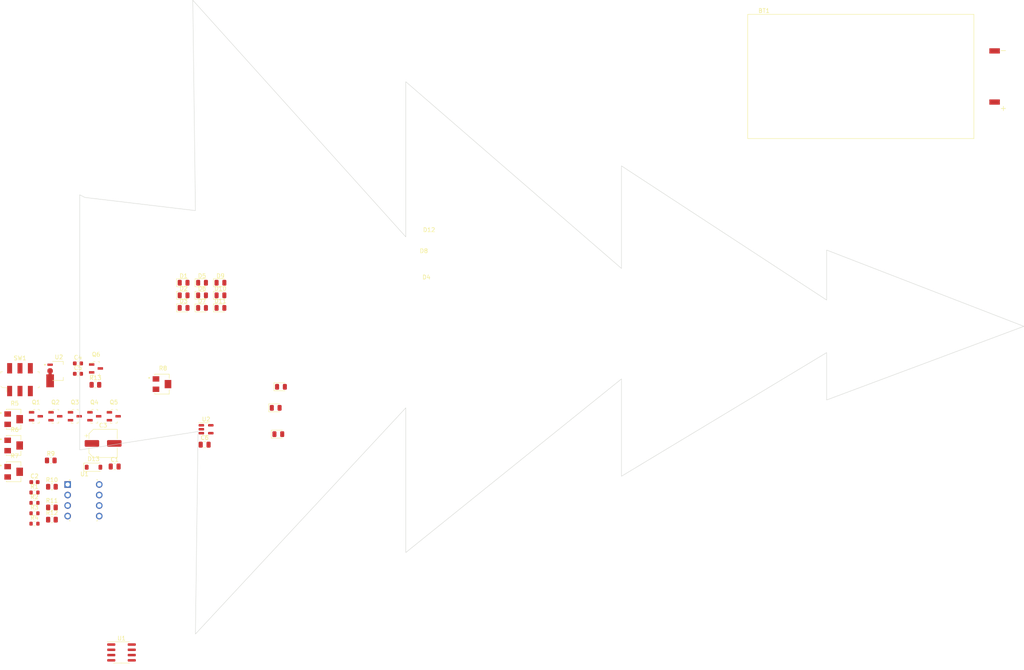
<source format=kicad_pcb>
(kicad_pcb (version 20221018) (generator pcbnew)
  (title_block (title "Christmas tree") (date "2023-08-19") (rev "${ver}"))
  (layers (0 "F.Cu" signal) (31 "B.Cu" signal) (34 "B.Paste" user) (35 "F.Paste" user) (36 "B.SilkS" user "B.Silkscreen") (37 "F.SilkS" user "F.Silkscreen") (38 "B.Mask" user) (39 "F.Mask" user) (44 "Edge.Cuts" user))
  (property "ver" "2.0")
  (net 0 "")
  (net 1 "/PSU/VBat")
  (net 2 "GND")
  (net 3 "/3V3")
  (net 4 "Net-(U1-CONT)")
  (net 5 "/THR")
  (net 6 "/9V")
  (net 7 "/V1 1-2")
  (net 8 "/V2 1-2")
  (net 9 "/B1 1-2")
  (net 10 "/B2 1-2")
  (net 11 "/V1 2-3")
  (net 12 "/V2 2-3")
  (net 13 "/B1 2-3")
  (net 14 "/B2 2-3")
  (net 15 "/CCV1")
  (net 16 "/CCV2")
  (net 17 "/CB1")
  (net 18 "/CB2")
  (net 19 "/DSC")
  (net 20 "Net-(Q1-E)")
  (net 21 "/CMD")
  (net 22 "Net-(Q2-E)")
  (net 23 "Net-(Q3-E)")
  (net 24 "Net-(U2-BP)")
  (net 25 "Net-(Q4-E)")
  (net 26 "Net-(Q6-D)")
  (net 27 "Net-(R1-Pad2)")
  (net 28 "Net-(R2-Pad2)")
  (net 29 "Net-(R3-Pad2)")
  (net 30 "Net-(R4-Pad2)")
  (net 31 "Net-(U1-OUT)")
  (net 33 "/{slash}CMD")
  (net 34 "Net-(U1-CV)")
  (net 35 "Net-(U1-Q)")
  (footprint "Capacitor_SMD:C_0805_2012Metric" (layer "F.Cu") (at 66.36 123.825)
    (fp_text reference "C6" (at 0 -1.68) (layer "F.SilkS"))
    (fp_text value "10n")
    (fp_line (start -0.261252 -0.735) (end 0.261252 -0.735) (stroke (width 0.12)) (layer "F.SilkS"))
    (fp_line (start -0.261252 0.735) (end 0.261252 0.735) (stroke (width 0.12)) (layer "F.SilkS"))
    (pad "1" smd roundrect (at -0.95 0) (size 1 1.45) (layers "F.Cu" "F.Paste" "F.Mask") (net 24 "Net-(U2-BP)"))
    (pad "2" smd roundrect (at 0.95 0) (size 1 1.45) (layers "F.Cu" "F.Paste" "F.Mask") (net 2 "GND"))
  )
  (footprint "Capacitor_SMD:C_0603_1608Metric" (layer "F.Cu") (at 35.775 104.2)
    (fp_text reference "C4" (at 0 -1.43) (layer "F.SilkS"))
    (fp_text value "1u")
    (fp_line (start -0.14058 -0.51) (end 0.14058 -0.51) (stroke (width 0.12)) (layer "F.SilkS"))
    (fp_line (start -0.14058 0.51) (end 0.14058 0.51) (stroke (width 0.12)) (layer "F.SilkS"))
    (pad "1" smd roundrect (at -0.775 0) (size 0.9 0.95) (layers "F.Cu" "F.Paste" "F.Mask") (net 6 "/9V"))
    (pad "2" smd roundrect (at 0.775 0) (size 0.9 0.95) (layers "F.Cu" "F.Paste" "F.Mask") (net 2 "GND"))
  )
  (footprint "BH9VW:BAT_BH9VW_SMD" (layer "F.Cu") (at 224.79 34.925)
    (fp_text reference "BT1" (at -23.365 -15.875) (layer "F.SilkS"))
    (fp_text value "BH9VW")
    (fp_text user "+" (at 34.42 7.62) (layer "F.SilkS") (effects (font (size 1.4 1.4))))
    (fp_text user "-" (at 34.42 -6.35) (layer "F.SilkS") (effects (font (size 1.4 1.4))))
    (fp_line (start -27.305 -14.985) (end 27.305 -14.985) (stroke (width 0.127)) (layer "F.SilkS"))
    (fp_line (start -27.305 14.985) (end -27.305 -14.985) (stroke (width 0.127)) (layer "F.SilkS"))
    (fp_line (start 27.305 -14.985) (end 27.305 14.985) (stroke (width 0.127)) (layer "F.SilkS"))
    (fp_line (start 27.305 14.985) (end -27.305 14.985) (stroke (width 0.127)) (layer "F.SilkS"))
    (pad "+" smd rect (at 32.305 6.175) (size 2.54 1.27) (layers "F.Cu" "F.Paste" "F.Mask") (net 1 "/PSU/VBat"))
    (pad "-" smd rect (at 32.305 -6.175) (size 2.54 1.27) (layers "F.Cu" "F.Paste" "F.Mask") (net 2 "GND"))
  )
  (footprint "digikey-footprints:Switch_Slide_JS202011SCQN" (layer "F.Cu") (at 21.775 108.125)
    (fp_text reference "SW1" (at 0 -5.2) (layer "F.SilkS"))
    (fp_text value "SW_SPDT")
    (fp_line (start -4.625 -1.925) (end -4.625 -1.525) (stroke (width 0.1)) (layer "F.SilkS"))
    (fp_line (start -4.625 1.55) (end -4.275 1.925) (stroke (width 0.1)) (layer "F.SilkS"))
    (fp_line (start -4.275 1.925) (end -3.175 1.925) (stroke (width 0.1)) (layer "F.SilkS"))
    (fp_line (start -4.15 -1.925) (end -4.625 -1.925) (stroke (width 0.1)) (layer "F.SilkS"))
    (fp_line (start -3.175 1.925) (end -3.175 2.975) (stroke (width 0.1)) (layer "F.SilkS"))
    (fp_line (start 4.225 -1.925) (end 4.625 -1.925) (stroke (width 0.1)) (layer "F.SilkS"))
    (fp_line (start 4.625 -1.925) (end 4.625 -1.55) (stroke (width 0.1)) (layer "F.SilkS"))
    (fp_line (start 4.625 1.55) (end 4.625 1.925) (stroke (width 0.1)) (layer "F.SilkS"))
    (fp_line (start 4.625 1.925) (end 4.275 1.925) (stroke (width 0.1)) (layer "F.SilkS"))
    (pad "1" smd rect (at -2.5 2.75) (size 1.2 2.5) (layers "F.Cu" "F.Paste" "F.Mask"))
    (pad "2" smd rect (at 0 2.75) (size 1.2 2.5) (layers "F.Cu" "F.Paste" "F.Mask") (net 1 "/PSU/VBat"))
    (pad "3" smd rect (at 2.5 2.75) (size 1.2 2.5) (layers "F.Cu" "F.Paste" "F.Mask") (net 26 "Net-(Q6-D)"))
    (pad "4" smd rect (at -2.5 -2.75) (size 1.2 2.5) (layers "F.Cu" "F.Paste" "F.Mask"))
    (pad "5" smd rect (at 0 -2.75) (size 1.2 2.5) (layers "F.Cu" "F.Paste" "F.Mask"))
    (pad "6" smd rect (at 2.5 -2.75) (size 1.2 2.5) (layers "F.Cu" "F.Paste" "F.Mask"))
  )
  (footprint "LED_SMD:LED_0805_2012Metric" (layer "F.Cu") (at 65.7325 90.805)
    (fp_text reference "D7" (at 0 -1.65) (layer "F.SilkS"))
    (fp_text value "LED")
    (fp_line (start -1.685 -0.96) (end -1.685 0.96) (stroke (width 0.12)) (layer "F.SilkS"))
    (fp_line (start -1.685 0.96) (end 1 0.96) (stroke (width 0.12)) (layer "F.SilkS"))
    (fp_line (start 1 -0.96) (end -1.685 -0.96) (stroke (width 0.12)) (layer "F.SilkS"))
    (pad "1" smd roundrect (at -0.9375 0) (size 0.975 1.4) (layers "F.Cu" "F.Paste" "F.Mask") (net 13 "/B1 2-3"))
    (pad "2" smd roundrect (at 0.9375 0) (size 0.975 1.4) (layers "F.Cu" "F.Paste" "F.Mask") (net 9 "/B1 1-2"))
  )
  (footprint "LED_SMD:LED_0805_2012Metric" (layer "F.Cu") (at 70.1825 84.725)
    (fp_text reference "D9" (at 0 -1.65) (layer "F.SilkS"))
    (fp_text value "LED")
    (fp_line (start -1.685 -0.96) (end -1.685 0.96) (stroke (width 0.12)) (layer "F.SilkS"))
    (fp_line (start -1.685 0.96) (end 1 0.96) (stroke (width 0.12)) (layer "F.SilkS"))
    (fp_line (start 1 -0.96) (end -1.685 -0.96) (stroke (width 0.12)) (layer "F.SilkS"))
    (pad "1" smd roundrect (at -0.9375 0) (size 0.975 1.4) (layers "F.Cu" "F.Paste" "F.Mask") (net 15 "/CCV1"))
    (pad "2" smd roundrect (at 0.9375 0) (size 0.975 1.4) (layers "F.Cu" "F.Paste" "F.Mask") (net 11 "/V1 2-3"))
  )
  (footprint "LED_SMD:LED_0805_2012Metric" (layer "F.Cu") (at 84.1525 121.285)
    (fp_text reference "D4" (at 35.7675 -37.89) (layer "F.SilkS"))
    (fp_text value "LED")
    (fp_line (start -1.685 -0.96) (end -1.685 0.96) (stroke (width 0.12)) (layer "F.SilkS"))
    (fp_line (start -1.685 0.96) (end 1 0.96) (stroke (width 0.12)) (layer "F.SilkS"))
    (fp_line (start 1 -0.96) (end -1.685 -0.96) (stroke (width 0.12)) (layer "F.SilkS"))
    (pad "1" smd roundrect (at -0.9375 0) (size 0.975 1.4) (layers "F.Cu" "F.Paste" "F.Mask") (net 10 "/B2 1-2"))
    (pad "2" smd roundrect (at 0.9375 0) (size 0.975 1.4) (layers "F.Cu" "F.Paste" "F.Mask") (net 6 "/9V"))
  )
  (footprint "digikey-footprints:SOT-23-3" (layer "F.Cu") (at 39.72 116.97)
    (fp_text reference "Q4" (at 0.025 -3.375) (layer "F.SilkS"))
    (fp_text value "MMBT3904-7-F")
    (fp_line (start -0.825 -1.375) (end -0.825 -1.325) (stroke (width 0.1)) (layer "F.SilkS"))
    (fp_line (start -0.825 -1.325) (end -1.6 -1.325) (stroke (width 0.1)) (layer "F.SilkS"))
    (fp_line (start -0.825 1.65) (end -0.825 1.3) (stroke (width 0.1)) (layer "F.SilkS"))
    (fp_line (start -0.45 -1.65) (end -0.825 -1.375) (stroke (width 0.1)) (layer "F.SilkS"))
    (fp_line (start -0.35 1.65) (end -0.825 1.65) (stroke (width 0.1)) (layer "F.SilkS"))
    (fp_line (start -0.175 -1.65) (end -0.45 -1.65) (stroke (width 0.1)) (layer "F.SilkS"))
    (fp_line (start 0.45 -1.65) (end 0.825 -1.65) (stroke (width 0.1)) (layer "F.SilkS"))
    (fp_line (start 0.825 -1.65) (end 0.825 -1.35) (stroke (width 0.1)) (layer "F.SilkS"))
    (fp_line (start 0.825 1.35) (end 0.825 1.65) (stroke (width 0.1)) (layer "F.SilkS"))
    (fp_line (start 0.825 1.425) (end 0.825 1.3) (stroke (width 0.1)) (layer "F.SilkS"))
    (fp_line (start 0.825 1.65) (end 0.375 1.65) (stroke (width 0.1)) (layer "F.SilkS"))
    (pad "1" smd rect (at -1.05 -0.95) (size 1.3 0.6) (layers "F.Cu" "F.Paste" "F.Mask") (net 33 "/{slash}CMD"))
    (pad "2" smd rect (at -1.05 0.95) (size 1.3 0.6) (layers "F.Cu" "F.Paste" "F.Mask") (net 25 "Net-(Q4-E)"))
    (pad "3" smd rect (at 1.05 0) (size 1.3 0.6) (layers "F.Cu" "F.Paste" "F.Mask") (net 18 "/CB2"))
  )
  (footprint "Resistor_SMD:R_0603_1608Metric" (layer "F.Cu") (at 25.275 142.9)
    (fp_text reference "R4" (at 0 -1.43) (layer "F.SilkS"))
    (fp_text value "1K2")
    (fp_line (start -0.237258 -0.5225) (end 0.237258 -0.5225) (stroke (width 0.12)) (layer "F.SilkS"))
    (fp_line (start -0.237258 0.5225) (end 0.237258 0.5225) (stroke (width 0.12)) (layer "F.SilkS"))
    (pad "1" smd roundrect (at -0.825 0) (size 0.8 0.95) (layers "F.Cu" "F.Paste" "F.Mask") (net 20 "Net-(Q1-E)"))
    (pad "2" smd roundrect (at 0.825 0) (size 0.8 0.95) (layers "F.Cu" "F.Paste" "F.Mask") (net 30 "Net-(R4-Pad2)"))
  )
  (footprint "LED_SMD:LED_0805_2012Metric" (layer "F.Cu") (at 84.7875 109.855)
    (fp_text reference "D12" (at 35.7675 -37.89) (layer "F.SilkS"))
    (fp_text value "LED")
    (fp_line (start -1.685 -0.96) (end -1.685 0.96) (stroke (width 0.12)) (layer "F.SilkS"))
    (fp_line (start -1.685 0.96) (end 1 0.96) (stroke (width 0.12)) (layer "F.SilkS"))
    (fp_line (start 1 -0.96) (end -1.685 -0.96) (stroke (width 0.12)) (layer "F.SilkS"))
    (pad "1" smd roundrect (at -0.9375 0) (size 0.975 1.4) (layers "F.Cu" "F.Paste" "F.Mask") (net 18 "/CB2"))
    (pad "2" smd roundrect (at 0.9375 0) (size 0.975 1.4) (layers "F.Cu" "F.Paste" "F.Mask") (net 14 "/B2 2-3"))
  )
  (footprint "Resistor_SMD:R_0603_1608Metric" (layer "F.Cu") (at 25.275 135.37)
    (fp_text reference "R1" (at 0 -1.43) (layer "F.SilkS"))
    (fp_text value "1K2")
    (fp_line (start -0.237258 -0.5225) (end 0.237258 -0.5225) (stroke (width 0.12)) (layer "F.SilkS"))
    (fp_line (start -0.237258 0.5225) (end 0.237258 0.5225) (stroke (width 0.12)) (layer "F.SilkS"))
    (pad "1" smd roundrect (at -0.825 0) (size 0.8 0.95) (layers "F.Cu" "F.Paste" "F.Mask") (net 22 "Net-(Q2-E)"))
    (pad "2" smd roundrect (at 0.825 0) (size 0.8 0.95) (layers "F.Cu" "F.Paste" "F.Mask") (net 27 "Net-(R1-Pad2)"))
  )
  (footprint "LED_SMD:LED_0805_2012Metric" (layer "F.Cu") (at 83.5175 114.935)
    (fp_text reference "D8" (at 35.7675 -37.89) (layer "F.SilkS"))
    (fp_text value "LED")
    (fp_line (start -1.685 -0.96) (end -1.685 0.96) (stroke (width 0.12)) (layer "F.SilkS"))
    (fp_line (start -1.685 0.96) (end 1 0.96) (stroke (width 0.12)) (layer "F.SilkS"))
    (fp_line (start 1 -0.96) (end -1.685 -0.96) (stroke (width 0.12)) (layer "F.SilkS"))
    (pad "1" smd roundrect (at -0.9375 0) (size 0.975 1.4) (layers "F.Cu" "F.Paste" "F.Mask") (net 14 "/B2 2-3"))
    (pad "2" smd roundrect (at 0.9375 0) (size 0.975 1.4) (layers "F.Cu" "F.Paste" "F.Mask") (net 10 "/B2 1-2"))
  )
  (footprint "Capacitor_SMD:C_0603_1608Metric" (layer "F.Cu") (at 25.275 132.86)
    (fp_text reference "C2" (at 0 -1.43) (layer "F.SilkS"))
    (fp_text value "100p")
    (fp_line (start -0.14058 -0.51) (end 0.14058 -0.51) (stroke (width 0.12)) (layer "F.SilkS"))
    (fp_line (start -0.14058 0.51) (end 0.14058 0.51) (stroke (width 0.12)) (layer "F.SilkS"))
    (pad "1" smd roundrect (at -0.775 0) (size 0.9 0.95) (layers "F.Cu" "F.Paste" "F.Mask") (net 34 "Net-(U1-CV)"))
    (pad "2" smd roundrect (at 0.775 0) (size 0.9 0.95) (layers "F.Cu" "F.Paste" "F.Mask") (net 2 "GND"))
  )
  (footprint "Diode_SMD:D_SOD-123" (layer "F.Cu") (at 39.54 129.27)
    (fp_text reference "D13" (at 0 -2) (layer "F.SilkS"))
    (fp_text value "1N4148W")
    (fp_line (start -2.36 -1) (end -2.36 1) (stroke (width 0.12)) (layer "F.SilkS"))
    (fp_line (start -2.36 -1) (end 1.65 -1) (stroke (width 0.12)) (layer "F.SilkS"))
    (fp_line (start -2.36 1) (end 1.65 1) (stroke (width 0.12)) (layer "F.SilkS"))
    (pad "1" smd roundrect (at -1.65 0) (size 0.9 1.2) (layers "F.Cu" "F.Paste" "F.Mask") (net 5 "/THR"))
    (pad "2" smd roundrect (at 1.65 0) (size 0.9 1.2) (layers "F.Cu" "F.Paste" "F.Mask") (net 19 "/DSC"))
  )
  (footprint "LED_SMD:LED_0805_2012Metric" (layer "F.Cu") (at 70.1825 90.805)
    (fp_text reference "D11" (at 0 -1.65) (layer "F.SilkS"))
    (fp_text value "LED")
    (fp_line (start -1.685 -0.96) (end -1.685 0.96) (stroke (width 0.12)) (layer "F.SilkS"))
    (fp_line (start -1.685 0.96) (end 1 0.96) (stroke (width 0.12)) (layer "F.SilkS"))
    (fp_line (start 1 -0.96) (end -1.685 -0.96) (stroke (width 0.12)) (layer "F.SilkS"))
    (pad "1" smd roundrect (at -0.9375 0) (size 0.975 1.4) (layers "F.Cu" "F.Paste" "F.Mask") (net 17 "/CB1"))
    (pad "2" smd roundrect (at 0.9375 0) (size 0.975 1.4) (layers "F.Cu" "F.Paste" "F.Mask") (net 13 "/B1 2-3"))
  )
  (footprint "Package_SO:SOIC-8_3.9x4.9mm_P1.27mm" (layer "F.Cu") (at 46.29 173.99)
    (fp_text reference "U1" (at 0 -3.4) (layer "F.SilkS"))
    (fp_text value "ICM7555xB")
    (fp_line (start 0 -2.56) (end -3.45 -2.56) (stroke (width 0.12)) (layer "F.SilkS"))
    (fp_line (start 0 -2.56) (end 1.95 -2.56) (stroke (width 0.12)) (layer "F.SilkS"))
    (fp_line (start 0 2.56) (end -1.95 2.56) (stroke (width 0.12)) (layer "F.SilkS"))
    (fp_line (start 0 2.56) (end 1.95 2.56) (stroke (width 0.12)) (layer "F.SilkS"))
    (pad "1" smd roundrect (at -2.475 -1.905) (size 1.95 0.6) (layers "F.Cu" "F.Paste" "F.Mask") (net 2 "GND"))
    (pad "2" smd roundrect (at -2.475 -0.635) (size 1.95 0.6) (layers "F.Cu" "F.Paste" "F.Mask") (net 5 "/THR"))
    (pad "3" smd roundrect (at -2.475 0.635) (size 1.95 0.6) (layers "F.Cu" "F.Paste" "F.Mask") (net 35 "Net-(U1-Q)"))
    (pad "4" smd roundrect (at -2.475 1.905) (size 1.95 0.6) (layers "F.Cu" "F.Paste" "F.Mask") (net 3 "/3V3"))
    (pad "5" smd roundrect (at 2.475 1.905) (size 1.95 0.6) (layers "F.Cu" "F.Paste" "F.Mask") (net 34 "Net-(U1-CV)"))
    (pad "6" smd roundrect (at 2.475 0.635) (size 1.95 0.6) (layers "F.Cu" "F.Paste" "F.Mask") (net 5 "/THR"))
    (pad "7" smd roundrect (at 2.475 -0.635) (size 1.95 0.6) (layers "F.Cu" "F.Paste" "F.Mask") (net 19 "/DSC"))
    (pad "8" smd roundrect (at 2.475 -1.905) (size 1.95 0.6) (layers "F.Cu" "F.Paste" "F.Mask") (net 3 "/3V3"))
  )
  (footprint "Resistor_SMD:R_0603_1608Metric" (layer "F.Cu") (at 25.275 140.39)
    (fp_text reference "R3" (at 0 -1.43) (layer "F.SilkS"))
    (fp_text value "1K2")
    (fp_line (start -0.237258 -0.5225) (end 0.237258 -0.5225) (stroke (width 0.12)) (layer "F.SilkS"))
    (fp_line (start -0.237258 0.5225) (end 0.237258 0.5225) (stroke (width 0.12)) (layer "F.SilkS"))
    (pad "1" smd roundrect (at -0.825 0) (size 0.8 0.95) (layers "F.Cu" "F.Paste" "F.Mask") (net 25 "Net-(Q4-E)"))
    (pad "2" smd roundrect (at 0.825 0) (size 0.8 0.95) (layers "F.Cu" "F.Paste" "F.Mask") (net 29 "Net-(R3-Pad2)"))
  )
  (footprint "Package_TO_SOT_SMD:SOT-23-5" (layer "F.Cu") (at 66.71 120.095)
    (fp_text reference "U2" (at 0 -2.4) (layer "F.SilkS"))
    (fp_text value "LP2985-3.3")
    (fp_line (start 0 -1.56) (end -1.8 -1.56) (stroke (width 0.12)) (layer "F.SilkS"))
    (fp_line (start 0 -1.56) (end 0.8 -1.56) (stroke (width 0.12)) (layer "F.SilkS"))
    (fp_line (start 0 1.56) (end -0.8 1.56) (stroke (width 0.12)) (layer "F.SilkS"))
    (fp_line (start 0 1.56) (end 0.8 1.56) (stroke (width 0.12)) (layer "F.SilkS"))
    (pad "1" smd roundrect (at -1.1375 -0.95) (size 1.325 0.6) (layers "F.Cu" "F.Paste" "F.Mask") (net 6 "/9V"))
    (pad "2" smd roundrect (at -1.1375 0) (size 1.325 0.6) (layers "F.Cu" "F.Paste" "F.Mask") (net 2 "GND"))
    (pad "3" smd roundrect (at -1.1375 0.95) (size 1.325 0.6) (layers "F.Cu" "F.Paste" "F.Mask") (net 6 "/9V"))
    (pad "4" smd roundrect (at 1.1375 0.95) (size 1.325 0.6) (layers "F.Cu" "F.Paste" "F.Mask") (net 24 "Net-(U2-BP)"))
    (pad "5" smd roundrect (at 1.1375 -0.95) (size 1.325 0.6) (layers "F.Cu" "F.Paste" "F.Mask") (net 3 "/3V3"))
  )
  (footprint "PVG5A202C03R00:TRIM_PVG5A202C03R00" (layer "F.Cu") (at 56.06 109.2)
    (fp_text reference "R8" (at 0.254 -3.81) (layer "F.SilkS"))
    (fp_text value "R_Trim")
    (fp_line (start -1.75 -2.4) (end -1.75 -2.215) (stroke (width 0.127)) (layer "F.SilkS"))
    (fp_line (start -1.75 2.215) (end -1.75 2.4) (stroke (width 0.127)) (layer "F.SilkS"))
    (fp_line (start -1.75 2.4) (end 1.75 2.4) (stroke (width 0.127)) (layer "F.SilkS"))
    (fp_line (start 1.75 -2.4) (end -1.75 -2.4) (stroke (width 0.127)) (layer "F.SilkS"))
    (fp_line (start 1.75 -1.315) (end 1.75 -2.4) (stroke (width 0.127)) (layer "F.SilkS"))
    (fp_line (start 1.75 2.4) (end 1.75 1.315) (stroke (width 0.127)) (layer "F.SilkS"))
    (fp_circle (center -3.1 -1.5) (end -3 -1.5) (stroke (width 0.2)) (fill none) (layer "F.SilkS"))
    (pad "1" smd rect (at -1.45 -1.25 270) (size 1.3 1.6) (layers "F.Cu" "F.Paste" "F.Mask") (net 29 "Net-(R3-Pad2)"))
    (pad "2" smd rect (at 1.45 0 270) (size 2 1.6) (layers "F.Cu" "F.Paste" "F.Mask") (net 2 "GND"))
    (pad "3" smd rect (at -1.45 1.25 270) (size 1.3 1.6) (layers "F.Cu" "F.Paste" "F.Mask"))
  )
  (footprint "digikey-footprints:DIP-8_W7.62mm" (layer "F.Cu") (at 33.29 133.445)
    (fp_text reference "U1" (at 4.05 -2.52) (layer "F.SilkS"))
    (fp_text value "ICM7555IPAZ")
    (fp_line (start 0.4 -1.2) (end 0.7 -1.2) (stroke (width 0.1)) (layer "F.SilkS"))
    (fp_line (start 0.4 -0.9) (end 0.4 -1.2) (stroke (width 0.1)) (layer "F.SilkS"))
    (fp_line (start 0.4 8.5) (end 0.4 8.8) (stroke (width 0.1)) (layer "F.SilkS"))
    (fp_line (start 0.4 8.8) (end 0.7 8.8) (stroke (width 0.1)) (layer "F.SilkS"))
    (fp_line (start 7.2 -1.2) (end 6.9 -1.2) (stroke (width 0.1)) (layer "F.SilkS"))
    (fp_line (start 7.2 -0.9) (end 7.2 -1.2) (stroke (width 0.1)) (layer "F.SilkS"))
    (fp_line (start 7.2 8.5) (end 7.2 8.8) (stroke (width 0.1)) (layer "F.SilkS"))
    (fp_line (start 7.2 8.8) (end 6.9 8.8) (stroke (width 0.1)) (layer "F.SilkS"))
    (pad "1" thru_hole rect (at 0 0) (size 1.6 1.6) (drill 1) (layers "*.Cu" "*.Mask") (net 2 "GND"))
    (pad "2" thru_hole circle (at 0 2.54) (size 1.6 1.6) (drill 1) (layers "*.Cu" "*.Mask") (net 5 "/THR"))
    (pad "3" thru_hole circle (at 0 5.08) (size 1.6 1.6) (drill 1) (layers "*.Cu" "*.Mask") (net 31 "Net-(U1-OUT)"))
    (pad "4" thru_hole circle (at 0 7.62) (size 1.6 1.6) (drill 1) (layers "*.Cu" "*.Mask") (net 3 "/3V3"))
    (pad "5" thru_hole circle (at 7.62 7.62) (size 1.6 1.6) (drill 1) (layers "*.Cu" "*.Mask") (net 4 "Net-(U1-CONT)"))
    (pad "6" thru_hole circle (at 7.62 5.08) (size 1.6 1.6) (drill 1) (layers "*.Cu" "*.Mask") (net 5 "/THR"))
    (pad "7" thru_hole circle (at 7.62 2.54) (size 1.6 1.6) (drill 1) (layers "*.Cu" "*.Mask") (net 19 "/DSC"))
    (pad "8" thru_hole circle (at 7.62 0) (size 1.6 1.6) (drill 1) (layers "*.Cu" "*.Mask") (net 3 "/3V3"))
  )
  (footprint "LED_SMD:LED_0805_2012Metric" (layer "F.Cu") (at 61.2825 87.765)
    (fp_text reference "D2" (at 0 -1.65) (layer "F.SilkS"))
    (fp_text value "LED")
    (fp_line (start -1.685 -0.96) (end -1.685 0.96) (stroke (width 0.12)) (layer "F.SilkS"))
    (fp_line (start -1.685 0.96) (end 1 0.96) (stroke (width 0.12)) (layer "F.SilkS"))
    (fp_line (start 1 -0.96) (end -1.685 -0.96) (stroke (width 0.12)) (layer "F.SilkS"))
    (pad "1" smd roundrect (at -0.9375 0) (size 0.975 1.4) (layers "F.Cu" "F.Paste" "F.Mask") (net 8 "/V2 1-2"))
    (pad "2" smd roundrect (at 0.9375 0) (size 0.975 1.4) (layers "F.Cu" "F.Paste" "F.Mask") (net 6 "/9V"))
  )
  (footprint "LED_SMD:LED_0805_2012Metric" (layer "F.Cu") (at 65.7325 84.725)
    (fp_text reference "D5" (at 0 -1.65) (layer "F.SilkS"))
    (fp_text value "LED")
    (fp_line (start -1.685 -0.96) (end -1.685 0.96) (stroke (width 0.12)) (layer "F.SilkS"))
    (fp_line (start -1.685 0.96) (end 1 0.96) (stroke (width 0.12)) (layer "F.SilkS"))
    (fp_line (start 1 -0.96) (end -1.685 -0.96) (stroke (width 0.12)) (layer "F.SilkS"))
    (pad "1" smd roundrect (at -0.9375 0) (size 0.975 1.4) (layers "F.Cu" "F.Paste" "F.Mask") (net 11 "/V1 2-3"))
    (pad "2" smd roundrect (at 0.9375 0) (size 0.975 1.4) (layers "F.Cu" "F.Paste" "F.Mask") (net 7 "/V1 1-2"))
  )
  (footprint "LED_SMD:LED_0805_2012Metric" (layer "F.Cu") (at 65.7325 87.765)
    (fp_text reference "D6" (at 0 -1.65) (layer "F.SilkS"))
    (fp_text value "LED")
    (fp_line (start -1.685 -0.96) (end -1.685 0.96) (stroke (width 0.12)) (layer "F.SilkS"))
    (fp_line (start -1.685 0.96) (end 1 0.96) (stroke (width 0.12)) (layer "F.SilkS"))
    (fp_line (start 1 -0.96) (end -1.685 -0.96) (stroke (width 0.12)) (layer "F.SilkS"))
    (pad "1" smd roundrect (at -0.9375 0) (size 0.975 1.4) (layers "F.Cu" "F.Paste" "F.Mask") (net 12 "/V2 2-3"))
    (pad "2" smd roundrect (at 0.9375 0) (size 0.975 1.4) (layers "F.Cu" "F.Paste" "F.Mask") (net 8 "/V2 1-2"))
  )
  (footprint "PVG5A202C03R00:TRIM_PVG5A202C03R00" (layer "F.Cu") (at 20.25 130.37)
    (fp_text reference "R7" (at 0.254 -3.81) (layer "F.SilkS"))
    (fp_text value "R_Trim")
    (fp_line (start -1.75 -2.4) (end -1.75 -2.215) (stroke (width 0.127)) (layer "F.SilkS"))
    (fp_line (start -1.75 2.215) (end -1.75 2.4) (stroke (width 0.127)) (layer "F.SilkS"))
    (fp_line (start -1.75 2.4) (end 1.75 2.4) (stroke (width 0.127)) (layer "F.SilkS"))
    (fp_line (start 1.75 -2.4) (end -1.75 -2.4) (stroke (width 0.127)) (layer "F.SilkS"))
    (fp_line (start 1.75 -1.315) (end 1.75 -2.4) (stroke (width 0.127)) (layer "F.SilkS"))
    (fp_line (start 1.75 2.4) (end 1.75 1.315) (stroke (width 0.127)) (layer "F.SilkS"))
    (fp_circle (center -3.1 -1.5) (end -3 -1.5) (stroke (width 0.2)) (fill none) (layer "F.SilkS"))
    (pad "1" smd rect (at -1.45 -1.25 270) (size 1.3 1.6) (layers "F.Cu" "F.Paste" "F.Mask") (net 28 "Net-(R2-Pad2)"))
    (pad "2" smd rect (at 1.45 0 270) (size 2 1.6) (layers "F.Cu" "F.Paste" "F.Mask") (net 2 "GND"))
    (pad "3" smd rect (at -1.45 1.25 270) (size 1.3 1.6) (layers "F.Cu" "F.Paste" "F.Mask"))
  )
  (footprint "Capacitor_SMD:CP_Elec_6.3x5.7" (layer "F.Cu") (at 41.845 123.52)
    (fp_text reference "C3" (at 0 -4.35) (layer "F.SilkS"))
    (fp_text value "22u")
    (fp_line (start -4.4375 -1.8475) (end -3.65 -1.8475) (stroke (width 0.12)) (layer "F.SilkS"))
    (fp_line (start -4.04375 -2.24125) (end -4.04375 -1.45375) (stroke (width 0.12)) (layer "F.SilkS"))
    (fp_line (start -3.41 -2.345563) (end -3.41 -1.06) (stroke (width 0.12)) (layer "F.SilkS"))
    (fp_line (start -3.41 -2.345563) (end -2.345563 -3.41) (stroke (width 0.12)) (layer "F.SilkS"))
    (fp_line (start -3.41 2.345563) (end -3.41 1.06) (stroke (width 0.12)) (layer "F.SilkS"))
    (fp_line (start -3.41 2.345563) (end -2.345563 3.41) (stroke (width 0.12)) (layer "F.SilkS"))
    (fp_line (start -2.345563 -3.41) (end 3.41 -3.41) (stroke (width 0.12)) (layer "F.SilkS"))
    (fp_line (start -2.345563 3.41) (end 3.41 3.41) (stroke (width 0.12)) (layer "F.SilkS"))
    (fp_line (start 3.41 -3.41) (end 3.41 -1.06) (stroke (width 0.12)) (layer "F.SilkS"))
    (fp_line (start 3.41 3.41) (end 3.41 1.06) (stroke (width 0.12)) (layer "F.SilkS"))
    (pad "1" smd roundrect (at -2.7 0) (size 3.5 1.6) (layers "F.Cu" "F.Paste" "F.Mask") (roundrect_rratio 0.15625) (net 5 "/THR"))
    (pad "2" smd roundrect (at 2.7 0) (size 3.5 1.6) (layers "F.Cu" "F.Paste" "F.Mask") (roundrect_rratio 0.15625) (net 2 "GND"))
  )
  (footprint "LED_SMD:LED_0805_2012Metric" (layer "F.Cu") (at 70.1825 87.765)
    (fp_text reference "D10" (at 0 -1.65) (layer "F.SilkS"))
    (fp_text value "LED")
    (fp_line (start -1.685 -0.96) (end -1.685 0.96) (stroke (width 0.12)) (layer "F.SilkS"))
    (fp_line (start -1.685 0.96) (end 1 0.96) (stroke (width 0.12)) (layer "F.SilkS"))
    (fp_line (start 1 -0.96) (end -1.685 -0.96) (stroke (width 0.12)) (layer "F.SilkS"))
    (pad "1" smd roundrect (at -0.9375 0) (size 0.975 1.4) (layers "F.Cu" "F.Paste" "F.Mask") (net 16 "/CCV2"))
    (pad "2" smd roundrect (at 0.9375 0) (size 0.975 1.4) (layers "F.Cu" "F.Paste" "F.Mask") (net 12 "/V2 2-3"))
  )
  (footprint "digikey-footprints:SOT-23-3" (layer "F.Cu") (at 44.42 116.97)
    (fp_text reference "Q5" (at 0.025 -3.375) (layer "F.SilkS"))
    (fp_text value "2N7002")
    (fp_line (start -0.825 -1.375) (end -0.825 -1.325) (stroke (width 0.1)) (layer "F.SilkS"))
    (fp_line (start -0.825 -1.325) (end -1.6 -1.325) (stroke (width 0.1)) (layer "F.SilkS"))
    (fp_line (start -0.825 1.65) (end -0.825 1.3) (stroke (width 0.1)) (layer "F.SilkS"))
    (fp_line (start -0.45 -1.65) (end -0.825 -1.375) (stroke (width 0.1)) (layer "F.SilkS"))
    (fp_line (start -0.35 1.65) (end -0.825 1.65) (stroke (width 0.1)) (layer "F.SilkS"))
    (fp_line (start -0.175 -1.65) (end -0.45 -1.65) (stroke (width 0.1)) (layer "F.SilkS"))
    (fp_line (start 0.45 -1.65) (end 0.825 -1.65) (stroke (width 0.1)) (layer "F.SilkS"))
    (fp_line (start 0.825 -1.65) (end 0.825 -1.35) (stroke (width 0.1)) (layer "F.SilkS"))
    (fp_line (start 0.825 1.35) (end 0.825 1.65) (stroke (width 0.1)) (layer "F.SilkS"))
    (fp_line (start 0.825 1.425) (end 0.825 1.3) (stroke (width 0.1)) (layer "F.SilkS"))
    (fp_line (start 0.825 1.65) (end 0.375 1.65) (stroke (width 0.1)) (layer "F.SilkS"))
    (pad "1" smd rect (at -1.05 -0.95) (size 1.3 0.6) (layers "F.Cu" "F.Paste" "F.Mask") (net 21 "/CMD"))
    (pad "2" smd rect (at -1.05 0.95) (size 1.3 0.6) (layers "F.Cu" "F.Paste" "F.Mask") (net 2 "GND"))
    (pad "3" smd rect (at 1.05 0) (size 1.3 0.6) (layers "F.Cu" "F.Paste" "F.Mask") (net 33 "/{slash}CMD"))
  )
  (footprint "digikey-footprints:SOT-23-3" (layer "F.Cu") (at 35.02 116.97)
    (fp_text reference "Q3" (at 0.025 -3.375) (layer "F.SilkS"))
    (fp_text value "MMBT3904-7-F")
    (fp_line (start -0.825 -1.375) (end -0.825 -1.325) (stroke (width 0.1)) (layer "F.SilkS"))
    (fp_line (start -0.825 -1.325) (end -1.6 -1.325) (stroke (width 0.1)) (layer "F.SilkS"))
    (fp_line (start -0.825 1.65) (end -0.825 1.3) (stroke (width 0.1)) (layer "F.SilkS"))
    (fp_line (start -0.45 -1.65) (end -0.825 -1.375) (stroke (width 0.1)) (layer "F.SilkS"))
    (fp_line (start -0.35 1.65) (end -0.825 1.65) (stroke (width 0.1)) (layer "F.SilkS"))
    (fp_line (start -0.175 -1.65) (end -0.45 -1.65) (stroke (width 0.1)) (layer "F.SilkS"))
    (fp_line (start 0.45 -1.65) (end 0.825 -1.65) (stroke (width 0.1)) (layer "F.SilkS"))
    (fp_line (start 0.825 -1.65) (end 0.825 -1.35) (stroke (width 0.1)) (layer "F.SilkS"))
    (fp_line (start 0.825 1.35) (end 0.825 1.65) (stroke (width 0.1)) (layer "F.SilkS"))
    (fp_line (start 0.825 1.425) (end 0.825 1.3) (stroke (width 0.1)) (layer "F.SilkS"))
    (fp_line (start 0.825 1.65) (end 0.375 1.65) (stroke (width 0.1)) (layer "F.SilkS"))
    (pad "1" smd rect (at -1.05 -0.95) (size 1.3 0.6) (layers "F.Cu" "F.Paste" "F.Mask") (net 33 "/{slash}CMD"))
    (pad "2" smd rect (at -1.05 0.95) (size 1.3 0.6) (layers "F.Cu" "F.Paste" "F.Mask") (net 23 "Net-(Q3-E)"))
    (pad "3" smd rect (at 1.05 0) (size 1.3 0.6) (layers "F.Cu" "F.Paste" "F.Mask") (net 17 "/CB1"))
  )
  (footprint "Resistor_SMD:R_0805_2012Metric" (layer "F.Cu") (at 29.485 133.985)
    (fp_text reference "R10" (at 0 -1.65) (layer "F.SilkS"))
    (fp_text value "100k")
    (fp_line (start -0.227064 -0.735) (end 0.227064 -0.735) (stroke (width 0.12)) (layer "F.SilkS"))
    (fp_line (start -0.227064 0.735) (end 0.227064 0.735) (stroke (width 0.12)) (layer "F.SilkS"))
    (pad "1" smd roundrect (at -0.9125 0) (size 1.025 1.4) (layers "F.Cu" "F.Paste" "F.Mask") (roundrect_rratio 0.243902) (net 19 "/DSC"))
    (pad "2" smd roundrect (at 0.9125 0) (size 1.025 1.4) (layers "F.Cu" "F.Paste" "F.Mask") (roundrect_rratio 0.243902) (net 5 "/THR"))
  )
  (footprint "Resistor_SMD:R_0603_1608Metric" (layer "F.Cu") (at 25.275 137.88)
    (fp_text reference "R2" (at 0 -1.43) (layer "F.SilkS"))
    (fp_text value "1K2")
    (fp_line (start -0.237258 -0.5225) (end 0.237258 -0.5225) (stroke (width 0.12)) (layer "F.SilkS"))
    (fp_line (start -0.237258 0.5225) (end 0.237258 0.5225) (stroke (width 0.12)) (layer "F.SilkS"))
    (pad "1" smd roundrect (at -0.825 0) (size 0.8 0.95) (layers "F.Cu" "F.Paste" "F.Mask") (net 23 "Net-(Q3-E)"))
    (pad "2" smd roundrect (at 0.825 0) (size 0.8 0.95) (layers "F.Cu" "F.Paste" "F.Mask") (net 28 "Net-(R2-Pad2)"))
  )
  (footprint "Resistor_SMD:R_0805_2012Metric" (layer "F.Cu") (at 29.21 127.635)
    (fp_text reference "R9" (at 0 -1.65) (layer "F.SilkS"))
    (fp_text value "100k")
    (fp_line (start -0.227064 -0.735) (end 0.227064 -0.735) (stroke (width 0.12)) (layer "F.SilkS"))
    (fp_line (start -0.227064 0.735) (end 0.227064 0.735) (stroke (width 0.12)) (layer "F.SilkS"))
    (pad "1" smd roundrect (at -0.9125 0) (size 1.025 1.4) (layers "F.Cu" "F.Paste" "F.Mask") (roundrect_rratio 0.243902) (net 3 "/3V3"))
    (pad "2" smd roundrect (at 0.9125 0) (size 1.025 1.4) (layers "F.Cu" "F.Paste" "F.Mask") (roundrect_rratio 0.243902) (net 33 "/{slash}CMD"))
  )
  (footprint "digikey-footprints:SOT-23-3" (layer "F.Cu") (at 25.62 116.97)
    (fp_text reference "Q1" (at 0.025 -3.375) (layer "F.SilkS"))
    (fp_text value "MMBT3904-7-F")
    (fp_line (start -0.825 -1.375) (end -0.825 -1.325) (stroke (width 0.1)) (layer "F.SilkS"))
    (fp_line (start -0.825 -1.325) (end -1.6 -1.325) (stroke (width 0.1)) (layer "F.SilkS"))
    (fp_line (start -0.825 1.65) (end -0.825 1.3) (stroke (width 0.1)) (layer "F.SilkS"))
    (fp_line (start -0.45 -1.65) (end -0.825 -1.375) (stroke (width 0.1)) (layer "F.SilkS"))
    (fp_line (start -0.35 1.65) (end -0.825 1.65) (stroke (width 0.1)) (layer "F.SilkS"))
    (fp_line (start -0.175 -1.65) (end -0.45 -1.65) (stroke (width 0.1)) (layer "F.SilkS"))
    (fp_line (start 0.45 -1.65) (end 0.825 -1.65) (stroke (width 0.1)) (layer "F.SilkS"))
    (fp_line (start 0.825 -1.65) (end 0.825 -1.35) (stroke (width 0.1)) (layer "F.SilkS"))
    (fp_line (start 0.825 1.35) (end 0.825 1.65) (stroke (width 0.1)) (layer "F.SilkS"))
    (fp_line (start 0.825 1.425) (end 0.825 1.3) (stroke (width 0.1)) (layer "F.SilkS"))
    (fp_line (start 0.825 1.65) (end 0.375 1.65) (stroke (width 0.1)) (layer "F.SilkS"))
    (pad "1" smd rect (at -1.05 -0.95) (size 1.3 0.6) (layers "F.Cu" "F.Paste" "F.Mask") (net 21 "/CMD"))
    (pad "2" smd rect (at -1.05 0.95) (size 1.3 0.6) (layers "F.Cu" "F.Paste" "F.Mask") (net 20 "Net-(Q1-E)"))
    (pad "3" smd rect (at 1.05 0) (size 1.3 0.6) (layers "F.Cu" "F.Paste" "F.Mask") (net 15 "/CCV1"))
  )
  (footprint "digikey-footprints:SOT-23-3" (layer "F.Cu") (at 30.32 116.97)
    (fp_text reference "Q2" (at 0.025 -3.375) (layer "F.SilkS"))
    (fp_text value "MMBT3904-7-F")
    (fp_line (start -0.825 -1.375) (end -0.825 -1.325) (stroke (width 0.1)) (layer "F.SilkS"))
    (fp_line (start -0.825 -1.325) (end -1.6 -1.325) (stroke (width 0.1)) (layer "F.SilkS"))
    (fp_line (start -0.825 1.65) (end -0.825 1.3) (stroke (width 0.1)) (layer "F.SilkS"))
    (fp_line (start -0.45 -1.65) (end -0.825 -1.375) (stroke (width 0.1)) (layer "F.SilkS"))
    (fp_line (start -0.35 1.65) (end -0.825 1.65) (stroke (width 0.1)) (layer "F.SilkS"))
    (fp_line (start -0.175 -1.65) (end -0.45 -1.65) (stroke (width 0.1)) (layer "F.SilkS"))
    (fp_line (start 0.45 -1.65) (end 0.825 -1.65) (stroke (width 0.1)) (layer "F.SilkS"))
    (fp_line (start 0.825 -1.65) (end 0.825 -1.35) (stroke (width 0.1)) (layer "F.SilkS"))
    (fp_line (start 0.825 1.35) (end 0.825 1.65) (stroke (width 0.1)) (layer "F.SilkS"))
    (fp_line (start 0.825 1.425) (end 0.825 1.3) (stroke (width 0.1)) (layer "F.SilkS"))
    (fp_line (start 0.825 1.65) (end 0.375 1.65) (stroke (width 0.1)) (layer "F.SilkS"))
    (pad "1" smd rect (at -1.05 -0.95) (size 1.3 0.6) (layers "F.Cu" "F.Paste" "F.Mask") (net 21 "/CMD"))
    (pad "2" smd rect (at -1.05 0.95) (size 1.3 0.6) (layers "F.Cu" "F.Paste" "F.Mask") (net 22 "Net-(Q2-E)"))
    (pad "3" smd rect (at 1.05 0) (size 1.3 0.6) (layers "F.Cu" "F.Paste" "F.Mask") (net 16 "/CCV2"))
  )
  (footprint "PVG5A202C03R00:TRIM_PVG5A202C03R00" (layer "F.Cu") (at 20.25 117.67)
    (fp_text reference "R5" (at 0.254 -3.81) (layer "F.SilkS"))
    (fp_text value "R_Trim")
    (fp_line (start -1.75 -2.4) (end -1.75 -2.215) (stroke (width 0.127)) (layer "F.SilkS"))
    (fp_line (start -1.75 2.215) (end -1.75 2.4) (stroke (width 0.127)) (layer "F.SilkS"))
    (fp_line (start -1.75 2.4) (end 1.75 2.4) (stroke (width 0.127)) (layer "F.SilkS"))
    (fp_line (start 1.75 -2.4) (end -1.75 -2.4) (stroke (width 0.127)) (layer "F.SilkS"))
    (fp_line (start 1.75 -1.315) (end 1.75 -2.4) (stroke (width 0.127)) (layer "F.SilkS"))
    (fp_line (start 1.75 2.4) (end 1.75 1.315) (stroke (width 0.127)) (layer "F.SilkS"))
    (fp_circle (center -3.1 -1.5) (end -3 -1.5) (stroke (width 0.2)) (fill none) (layer "F.SilkS"))
    (pad "1" smd rect (at -1.45 -1.25 270) (size 1.3 1.6) (layers "F.Cu" "F.Paste" "F.Mask") (net 30 "Net-(R4-Pad2)"))
    (pad "2" smd rect (at 1.45 0 270) (size 2 1.6) (layers "F.Cu" "F.Paste" "F.Mask") (net 2 "GND"))
    (pad "3" smd rect (at -1.45 1.25 270) (size 1.3 1.6) (layers "F.Cu" "F.Paste" "F.Mask"))
  )
  (footprint "Resistor_SMD:R_0805_2012Metric" (layer "F.Cu") (at 39.985 109.37)
    (fp_text reference "R13" (at 0 -1.65) (layer "F.SilkS"))
    (fp_text value "0R")
    (fp_line (start -0.227064 -0.735) (end 0.227064 -0.735) (stroke (width 0.12)) (layer "F.SilkS"))
    (fp_line (start -0.227064 0.735) (end 0.227064 0.735) (stroke (width 0.12)) (layer "F.SilkS"))
    (pad "1" smd roundrect (at -0.9125 0) (size 1.025 1.4) (layers "F.Cu" "F.Paste" "F.Mask") (roundrect_rratio 0.243902) (net 26 "Net-(Q6-D)"))
    (pad "2" smd roundrect (at 0.9125 0) (size 1.025 1.4) (layers "F.Cu" "F.Paste" "F.Mask") (roundrect_rratio 0.243902) (net 6 "/9V"))
  )
  (footprint "LED_SMD:LED_0805_2012Metric" (layer "F.Cu") (at 61.2825 90.805)
    (fp_text reference "D3" (at 0 -1.65) (layer "F.SilkS"))
    (fp_text value "LED")
    (fp_line (start -1.685 -0.96) (end -1.685 0.96) (stroke (width 0.12)) (layer "F.SilkS"))
    (fp_line (start -1.685 0.96) (end 1 0.96) (stroke (width 0.12)) (layer "F.SilkS"))
    (fp_line (start 1 -0.96) (end -1.685 -0.96) (stroke (width 0.12)) (layer "F.SilkS"))
    (pad "1" smd roundrect (at -0.9375 0) (size 0.975 1.4) (layers "F.Cu" "F.Paste" "F.Mask") (net 9 "/B1 1-2"))
    (pad "2" smd roundrect (at 0.9375 0) (size 0.975 1.4) (layers "F.Cu" "F.Paste" "F.Mask") (net 6 "/9V"))
  )
  (footprint "Resistor_SMD:R_0805_2012Metric" (layer "F.Cu") (at 29.485 141.93)
    (fp_text reference "R12" (at 0 -1.65) (layer "F.SilkS"))
    (fp_text value "100k")
    (fp_line (start -0.227064 -0.735) (end 0.227064 -0.735) (stroke (width 0.12)) (layer "F.SilkS"))
    (fp_line (start -0.227064 0.735) (end 0.227064 0.735) (stroke (width 0.12)) (layer "F.SilkS"))
    (pad "1" smd roundrect (at -0.9125 0) (size 1.025 1.4) (layers "F.Cu" "F.Paste" "F.Mask") (roundrect_rratio 0.243902) (net 21 "/CMD"))
    (pad "2" smd roundrect (at 0.9125 0) (size 1.025 1.4) (layers "F.Cu" "F.Paste" "F.Mask") (roundrect_rratio 0.243902) (net 35 "Net-(U1-Q)"))
  )
  (footprint "PVG5A202C03R00:TRIM_PVG5A202C03R00" (layer "F.Cu") (at 20.25 124.02)
    (fp_text reference "R6" (at 0.254 -3.81) (layer "F.SilkS"))
    (fp_text value "R_Trim")
    (fp_line (start -1.75 -2.4) (end -1.75 -2.215) (stroke (width 0.127)) (layer "F.SilkS"))
    (fp_line (start -1.75 2.215) (end -1.75 2.4) (stroke (width 0.127)) (layer "F.SilkS"))
    (fp_line (start -1.75 2.4) (end 1.75 2.4) (stroke (width 0.127)) (layer "F.SilkS"))
    (fp_line (start 1.75 -2.4) (end -1.75 -2.4) (stroke (width 0.127)) (layer "F.SilkS"))
    (fp_line (start 1.75 -1.315) (end 1.75 -2.4) (stroke (width 0.127)) (layer "F.SilkS"))
    (fp_line (start 1.75 2.4) (end 1.75 1.315) (stroke (width 0.127)) (layer "F.SilkS"))
    (fp_circle (center -3.1 -1.5) (end -3 -1.5) (stroke (width 0.2)) (fill none) (layer "F.SilkS"))
    (pad "1" smd rect (at -1.45 -1.25 270) (size 1.3 1.6) (layers "F.Cu" "F.Paste" "F.Mask") (net 27 "Net-(R1-Pad2)"))
    (pad "2" smd rect (at 1.45 0 270) (size 2 1.6) (layers "F.Cu" "F.Paste" "F.Mask") (net 2 "GND"))
    (pad "3" smd rect (at -1.45 1.25 270) (size 1.3 1.6) (layers "F.Cu" "F.Paste" "F.Mask"))
  )
  (footprint "digikey-footprints:SOT-23-3" (layer "F.Cu") (at 40.13 105.42)
    (fp_text reference "Q6" (at 0.025 -3.375) (layer "F.SilkS"))
    (fp_text value "BSS84")
    (fp_line (start -0.825 -1.375) (end -0.825 -1.325) (stroke (width 0.1)) (layer "F.SilkS"))
    (fp_line (start -0.825 -1.325) (end -1.6 -1.325) (stroke (width 0.1)) (layer "F.SilkS"))
    (fp_line (start -0.825 1.65) (end -0.825 1.3) (stroke (width 0.1)) (layer "F.SilkS"))
    (fp_line (start -0.45 -1.65) (end -0.825 -1.375) (stroke (width 0.1)) (layer "F.SilkS"))
    (fp_line (start -0.35 1.65) (end -0.825 1.65) (stroke (width 0.1)) (layer "F.SilkS"))
    (fp_line (start -0.175 -1.65) (end -0.45 -1.65) (stroke (width 0.1)) (layer "F.SilkS"))
    (fp_line (start 0.45 -1.65) (end 0.825 -1.65) (stroke (width 0.1)) (layer "F.SilkS"))
    (fp_line (start 0.825 -1.65) (end 0.825 -1.35) (stroke (width 0.1)) (layer "F.SilkS"))
    (fp_line (start 0.825 1.35) (end 0.825 1.65) (stroke (width 0.1)) (layer "F.SilkS"))
    (fp_line (start 0.825 1.425) (end 0.825 1.3) (stroke (width 0.1)) (layer "F.SilkS"))
    (fp_line (start 0.825 1.65) (end 0.375 1.65) (stroke (width 0.1)) (layer "F.SilkS"))
    (pad "1" smd rect (at -1.05 -0.95) (size 1.3 0.6) (layers "F.Cu" "F.Paste" "F.Mask") (net 2 "GND"))
    (pad "2" smd rect (at -1.05 0.95) (size 1.3 0.6) (layers "F.Cu" "F.Paste" "F.Mask") (net 26 "Net-(Q6-D)"))
    (pad "3" smd rect (at 1.05 0) (size 1.3 0.6) (layers "F.Cu" "F.Paste" "F.Mask") (net 6 "/9V"))
  )
  (footprint "Capacitor_SMD:C_0805_2012Metric" (layer "F.Cu") (at 44.635 129.1)
    (fp_text reference "C1" (at 0 -1.68) (layer "F.SilkS"))
    (fp_text value "100n")
    (fp_line (start -0.261252 -0.735) (end 0.261252 -0.735) (stroke (width 0.12)) (layer "F.SilkS"))
    (fp_line (start -0.261252 0.735) (end 0.261252 0.735) (stroke (width 0.12)) (layer "F.SilkS"))
    (pad "1" smd roundrect (at -0.95 0) (size 1 1.45) (layers "F.Cu" "F.Paste" "F.Mask") (net 2 "GND"))
    (pad "2" smd roundrect (at 0.95 0) (size 1 1.45) (layers "F.Cu" "F.Paste" "F.Mask") (net 3 "/3V3"))
  )
  (footprint "Capacitor_SMD:C_0603_1608Metric" (layer "F.Cu") (at 35.775 106.71)
    (fp_text reference "C5" (at 0 -1.43) (layer "F.SilkS"))
    (fp_text value "1u")
    (fp_line (start -0.14058 -0.51) (end 0.14058 -0.51) (stroke (width 0.12)) (layer "F.SilkS"))
    (fp_line (start -0.14058 0.51) (end 0.14058 0.51) (stroke (width 0.12)) (layer "F.SilkS"))
    (pad "1" smd roundrect (at -0.775 0) (size 0.9 0.95) (layers "F.Cu" "F.Paste" "F.Mask") (net 3 "/3V3"))
    (pad "2" smd roundrect (at 0.775 0) (size 0.9 0.95) (layers "F.Cu" "F.Paste" "F.Mask") (net 2 "GND"))
  )
  (footprint "Resistor_SMD:R_0805_2012Metric" (layer "F.Cu") (at 29.485 138.98)
    (fp_text reference "R11" (at 0 -1.65) (layer "F.SilkS"))
    (fp_text value "100k")
    (fp_line (start -0.227064 -0.735) (end 0.227064 -0.735) (stroke (width 0.12)) (layer "F.SilkS"))
    (fp_line (start -0.227064 0.735) (end 0.227064 0.735) (stroke (width 0.12)) (layer "F.SilkS"))
    (pad "1" smd roundrect (at -0.9125 0) (size 1.025 1.4) (layers "F.Cu" "F.Paste" "F.Mask") (roundrect_rratio 0.243902) (net 19 "/DSC"))
    (pad "2" smd roundrect (at 0.9125 0) (size 1.025 1.4) (layers "F.Cu" "F.Paste" "F.Mask") (roundrect_rratio 0.243902) (net 3 "/3V3"))
  )
  (footprint "LED_SMD:LED_0805_2012Metric" (layer "F.Cu") (at 61.2825 84.725)
    (fp_text reference "D1" (at 0 -1.65) (layer "F.SilkS"))
    (fp_text value "LED")
    (fp_line (start -1.685 -0.96) (end -1.685 0.96) (stroke (width 0.12)) (layer "F.SilkS"))
    (fp_line (start -1.685 0.96) (end 1 0.96) (stroke (width 0.12)) (layer "F.SilkS"))
    (fp_line (start 1 -0.96) (end -1.685 -0.96) (stroke (width 0.12)) (layer "F.SilkS"))
    (pad "1" smd roundrect (at -0.9375 0) (size 0.975 1.4) (layers "F.Cu" "F.Paste" "F.Mask") (net 7 "/V1 1-2"))
    (pad "2" smd roundrect (at 0.9375 0) (size 0.975 1.4) (layers "F.Cu" "F.Paste" "F.Mask") (net 6 "/9V"))
  )
  (footprint "AP7380-33Y-13:VREG_AP7380-33Y-13" (layer "F.Cu") (at 30.7 106.02)
    (fp_text reference "U2" (at 0.475 -3.335) (layer "F.SilkS"))
    (fp_text value "AP7380-33Y-13")
    (fp_line (start 1.525 -2.3) (end -1.075 -2.3) (stroke (width 0.127)) (layer "F.SilkS"))
    (fp_line (start 1.525 -1.524) (end 1.525 -2.3) (stroke (width 0.127)) (layer "F.SilkS"))
    (fp_line (start 1.525 1.524) (end 1.525 2.3) (stroke (width 0.127)) (layer "F.SilkS"))
    (fp_line (start 1.525 2.3) (end -1.075 2.3) (stroke (width 0.127)) (layer "F.SilkS"))
    (fp_circle (center -2.9 -1.5) (end -2.8 -1.5) (stroke (width 0.2)) (fill none) (layer "F.SilkS"))
    (pad "1" smd rect (at -1.65 -1.5 270) (size 0.55 1.3) (layers "F.Cu" "F.Paste" "F.Mask") (net 2 "GND"))
    (pad "2" smd custom (at -1.65 0 270) (size 0.8 1.3) (layers "F.Cu" "F.Paste" "F.Mask") (net 6 "/9V") (options (clearance outline) (anchor rect)) (primitives (gr_poly (pts (xy 3.95 -0.925) (xy 3.95 0.925) (xy 0.825 0.925) (xy 0.825 0.4) (xy -0.65 0.4) (xy -0.65 -0.4) (xy 0.825 -0.4) (xy 0.825 -0.925)) (width 0.001) (fill yes))))
    (pad "3" smd rect (at -1.65 1.5 270) (size 0.55 1.3) (layers "F.Cu" "F.Paste" "F.Mask") (net 3 "/3V3"))
  )
  (gr_poly (pts (xy 37.465 64.135) (xy 64.135 67.31) (xy 63.5 16.51) (xy 114.935 73.66) (xy 114.935 36.195) (xy 167.005 81.28) (xy 167.005 56.515) (xy 216.535 88.9) (xy 216.535 76.835) (xy 264.16 95.25) (xy 216.535 113.03) (xy 216.535 101.6) (xy 167.005 131.445) (xy 167.005 107.95) (xy 114.935 149.86) (xy 114.935 114.935) (xy 64.135 169.545) (xy 64.77 120.65) (xy 36.195 125.095) (xy 36.195 63.5)) (stroke (width 0.1)) (fill none) (layer "Edge.Cuts"))
)
</source>
